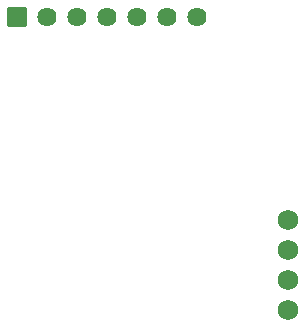
<source format=gbs>
G04 Layer: BottomSolderMaskLayer*
G04 EasyEDA v6.5.50, 2025-05-30 20:44:05*
G04 89249954dcc5414fb4ee1276e004d1e2,618cf9a269824c858c8e39f74ea16190,10*
G04 Gerber Generator version 0.2*
G04 Scale: 100 percent, Rotated: No, Reflected: No *
G04 Dimensions in millimeters *
G04 leading zeros omitted , absolute positions ,4 integer and 5 decimal *
%FSLAX45Y45*%
%MOMM*%

%AMMACRO1*4,1,8,-0.7831,-0.8128,-0.8128,-0.7828,-0.8128,0.7831,-0.7831,0.8128,0.7828,0.8128,0.8128,0.7831,0.8128,-0.7828,0.7828,-0.8128,-0.7831,-0.8128,0*%
%ADD10C,1.7272*%
%ADD11MACRO1*%
%ADD12C,1.6256*%
%ADD13C,0.0128*%

%LPD*%
D10*
G01*
X3835400Y2755900D03*
G01*
X3835400Y3009900D03*
G01*
X3835400Y3263900D03*
G01*
X3835400Y3517900D03*
D11*
G01*
X1536700Y5232400D03*
D12*
G01*
X1790700Y5232400D03*
G01*
X2044700Y5232400D03*
G01*
X2298700Y5232400D03*
G01*
X2552700Y5232400D03*
G01*
X2806700Y5232400D03*
G01*
X3060700Y5232400D03*
M02*

</source>
